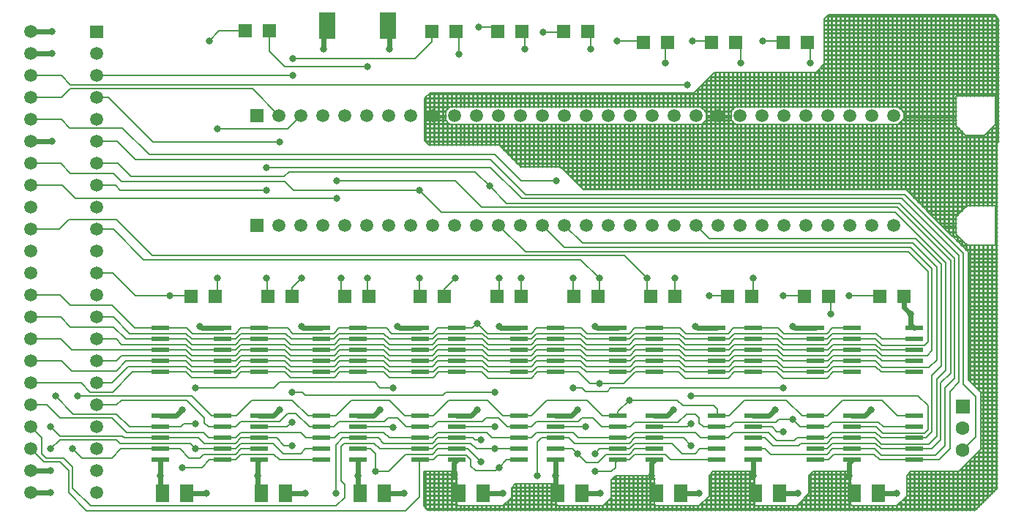
<source format=gbr>
%FSLAX34Y34*%
%MOMM*%
%LNCOPPER_TOP*%
G71*
G01*
%ADD10R,2.000X0.600*%
%ADD11R,1.600X1.600*%
%ADD12R,1.600X2.000*%
%ADD13R,1.980X3.020*%
%ADD14C,1.600*%
%ADD15C,0.800*%
%ADD16C,0.250*%
%ADD17C,0.200*%
%ADD18C,0.600*%
%ADD19C,1.500*%
%ADD20C,0.150*%
%LPD*%
X250594Y221456D02*
G54D10*
D03*
X250594Y234156D02*
G54D10*
D03*
X250594Y246856D02*
G54D10*
D03*
X250594Y259556D02*
G54D10*
D03*
X250594Y272256D02*
G54D10*
D03*
X250594Y323056D02*
G54D10*
D03*
X250594Y335756D02*
G54D10*
D03*
X250594Y348456D02*
G54D10*
D03*
X250594Y361156D02*
G54D10*
D03*
X250594Y373856D02*
G54D10*
D03*
X178594Y373856D02*
G54D10*
D03*
X178594Y361156D02*
G54D10*
D03*
X178594Y348456D02*
G54D10*
D03*
X178594Y335756D02*
G54D10*
D03*
X178594Y323056D02*
G54D10*
D03*
X178594Y272256D02*
G54D10*
D03*
X178594Y259556D02*
G54D10*
D03*
X178594Y246856D02*
G54D10*
D03*
X178594Y234156D02*
G54D10*
D03*
X178594Y221456D02*
G54D10*
D03*
X364894Y221456D02*
G54D10*
D03*
X364894Y234156D02*
G54D10*
D03*
X364894Y246856D02*
G54D10*
D03*
X364894Y259556D02*
G54D10*
D03*
X364894Y272256D02*
G54D10*
D03*
X364894Y323056D02*
G54D10*
D03*
X364894Y335756D02*
G54D10*
D03*
X364894Y348456D02*
G54D10*
D03*
X364894Y361156D02*
G54D10*
D03*
X364894Y373856D02*
G54D10*
D03*
X292894Y373856D02*
G54D10*
D03*
X292894Y361156D02*
G54D10*
D03*
X292894Y348456D02*
G54D10*
D03*
X292894Y335756D02*
G54D10*
D03*
X292894Y323056D02*
G54D10*
D03*
X292894Y272256D02*
G54D10*
D03*
X292894Y259556D02*
G54D10*
D03*
X292894Y246856D02*
G54D10*
D03*
X292894Y234156D02*
G54D10*
D03*
X292894Y221456D02*
G54D10*
D03*
X479194Y221456D02*
G54D10*
D03*
X479194Y234156D02*
G54D10*
D03*
X479194Y246856D02*
G54D10*
D03*
X479194Y259556D02*
G54D10*
D03*
X479194Y272256D02*
G54D10*
D03*
X479194Y323056D02*
G54D10*
D03*
X479194Y335756D02*
G54D10*
D03*
X479194Y348456D02*
G54D10*
D03*
X479194Y361156D02*
G54D10*
D03*
X479194Y373856D02*
G54D10*
D03*
X407194Y373856D02*
G54D10*
D03*
X407194Y361156D02*
G54D10*
D03*
X407194Y348456D02*
G54D10*
D03*
X407194Y335756D02*
G54D10*
D03*
X407194Y323056D02*
G54D10*
D03*
X407194Y272256D02*
G54D10*
D03*
X407194Y259556D02*
G54D10*
D03*
X407194Y246856D02*
G54D10*
D03*
X407194Y234156D02*
G54D10*
D03*
X407194Y221456D02*
G54D10*
D03*
X593494Y221456D02*
G54D10*
D03*
X593494Y234156D02*
G54D10*
D03*
X593494Y246856D02*
G54D10*
D03*
X593494Y259556D02*
G54D10*
D03*
X593494Y272256D02*
G54D10*
D03*
X593494Y323056D02*
G54D10*
D03*
X593494Y335756D02*
G54D10*
D03*
X593494Y348456D02*
G54D10*
D03*
X593494Y361156D02*
G54D10*
D03*
X593494Y373856D02*
G54D10*
D03*
X521494Y373856D02*
G54D10*
D03*
X521494Y361156D02*
G54D10*
D03*
X521494Y348456D02*
G54D10*
D03*
X521494Y335756D02*
G54D10*
D03*
X521494Y323056D02*
G54D10*
D03*
X521494Y272256D02*
G54D10*
D03*
X521494Y259556D02*
G54D10*
D03*
X521494Y246856D02*
G54D10*
D03*
X521494Y234156D02*
G54D10*
D03*
X521494Y221456D02*
G54D10*
D03*
X707794Y221456D02*
G54D10*
D03*
X707794Y234156D02*
G54D10*
D03*
X707794Y246856D02*
G54D10*
D03*
X707794Y259556D02*
G54D10*
D03*
X707794Y272256D02*
G54D10*
D03*
X707794Y323056D02*
G54D10*
D03*
X707794Y335756D02*
G54D10*
D03*
X707794Y348456D02*
G54D10*
D03*
X707794Y361156D02*
G54D10*
D03*
X707794Y373856D02*
G54D10*
D03*
X635794Y373856D02*
G54D10*
D03*
X635794Y361156D02*
G54D10*
D03*
X635794Y348456D02*
G54D10*
D03*
X635794Y335756D02*
G54D10*
D03*
X635794Y323056D02*
G54D10*
D03*
X635794Y272256D02*
G54D10*
D03*
X635794Y259556D02*
G54D10*
D03*
X635794Y246856D02*
G54D10*
D03*
X635794Y234156D02*
G54D10*
D03*
X635794Y221456D02*
G54D10*
D03*
X822094Y221456D02*
G54D10*
D03*
X822094Y234156D02*
G54D10*
D03*
X822094Y246856D02*
G54D10*
D03*
X822094Y259556D02*
G54D10*
D03*
X822094Y272256D02*
G54D10*
D03*
X822094Y323056D02*
G54D10*
D03*
X822094Y335756D02*
G54D10*
D03*
X822094Y348456D02*
G54D10*
D03*
X822094Y361156D02*
G54D10*
D03*
X822094Y373856D02*
G54D10*
D03*
X750094Y373856D02*
G54D10*
D03*
X750094Y361156D02*
G54D10*
D03*
X750094Y348456D02*
G54D10*
D03*
X750094Y335756D02*
G54D10*
D03*
X750094Y323056D02*
G54D10*
D03*
X750094Y272256D02*
G54D10*
D03*
X750094Y259556D02*
G54D10*
D03*
X750094Y246856D02*
G54D10*
D03*
X750094Y234156D02*
G54D10*
D03*
X750094Y221456D02*
G54D10*
D03*
X936394Y221456D02*
G54D10*
D03*
X936394Y234156D02*
G54D10*
D03*
X936394Y246856D02*
G54D10*
D03*
X936394Y259556D02*
G54D10*
D03*
X936394Y272256D02*
G54D10*
D03*
X936394Y323056D02*
G54D10*
D03*
X936394Y335756D02*
G54D10*
D03*
X936394Y348456D02*
G54D10*
D03*
X936394Y361156D02*
G54D10*
D03*
X936394Y373856D02*
G54D10*
D03*
X864394Y373856D02*
G54D10*
D03*
X864394Y361156D02*
G54D10*
D03*
X864394Y348456D02*
G54D10*
D03*
X864394Y335756D02*
G54D10*
D03*
X864394Y323056D02*
G54D10*
D03*
X864394Y272256D02*
G54D10*
D03*
X864394Y259556D02*
G54D10*
D03*
X864394Y246856D02*
G54D10*
D03*
X864394Y234156D02*
G54D10*
D03*
X864394Y221456D02*
G54D10*
D03*
X1050694Y221456D02*
G54D10*
D03*
X1050694Y234156D02*
G54D10*
D03*
X1050694Y246856D02*
G54D10*
D03*
X1050694Y259556D02*
G54D10*
D03*
X1050694Y272256D02*
G54D10*
D03*
X1050694Y323056D02*
G54D10*
D03*
X1050694Y335756D02*
G54D10*
D03*
X1050694Y348456D02*
G54D10*
D03*
X1050694Y361156D02*
G54D10*
D03*
X1050694Y373856D02*
G54D10*
D03*
X978694Y373856D02*
G54D10*
D03*
X978694Y361156D02*
G54D10*
D03*
X978694Y348456D02*
G54D10*
D03*
X978694Y335756D02*
G54D10*
D03*
X978694Y323056D02*
G54D10*
D03*
X978694Y272256D02*
G54D10*
D03*
X978694Y259556D02*
G54D10*
D03*
X978694Y246856D02*
G54D10*
D03*
X978694Y234156D02*
G54D10*
D03*
X978694Y221456D02*
G54D10*
D03*
X276225Y717550D02*
G54D11*
D03*
X304225Y717550D02*
G54D11*
D03*
X492125Y716756D02*
G54D11*
D03*
X520125Y716756D02*
G54D11*
D03*
X568325Y716756D02*
G54D11*
D03*
X596325Y716756D02*
G54D11*
D03*
X644525Y716756D02*
G54D11*
D03*
X672525Y716756D02*
G54D11*
D03*
X736600Y704056D02*
G54D11*
D03*
X764600Y704056D02*
G54D11*
D03*
X815975Y704056D02*
G54D11*
D03*
X843975Y704056D02*
G54D11*
D03*
X898525Y704056D02*
G54D11*
D03*
X926525Y704056D02*
G54D11*
D03*
X213519Y410369D02*
G54D11*
D03*
X241519Y410369D02*
G54D11*
D03*
X302419Y410369D02*
G54D11*
D03*
X330419Y410369D02*
G54D11*
D03*
X391319Y410369D02*
G54D11*
D03*
X419319Y410369D02*
G54D11*
D03*
X567531Y410369D02*
G54D11*
D03*
X595531Y410369D02*
G54D11*
D03*
X656431Y410369D02*
G54D11*
D03*
X684431Y410369D02*
G54D11*
D03*
X745331Y410369D02*
G54D11*
D03*
X773331Y410369D02*
G54D11*
D03*
X834231Y410369D02*
G54D11*
D03*
X862231Y410369D02*
G54D11*
D03*
X923131Y410369D02*
G54D11*
D03*
X951131Y410369D02*
G54D11*
D03*
X1010444Y410369D02*
G54D11*
D03*
X1038444Y410369D02*
G54D11*
D03*
X478631Y410369D02*
G54D11*
D03*
X506631Y410369D02*
G54D11*
D03*
X180975Y182562D02*
G54D12*
D03*
X208975Y182562D02*
G54D12*
D03*
X295275Y182562D02*
G54D12*
D03*
X323275Y182562D02*
G54D12*
D03*
X409575Y182562D02*
G54D12*
D03*
X437575Y182562D02*
G54D12*
D03*
X523875Y182562D02*
G54D12*
D03*
X551875Y182562D02*
G54D12*
D03*
X638175Y182562D02*
G54D12*
D03*
X666175Y182562D02*
G54D12*
D03*
X752475Y182562D02*
G54D12*
D03*
X780475Y182562D02*
G54D12*
D03*
X866775Y182562D02*
G54D12*
D03*
X894775Y182562D02*
G54D12*
D03*
X981075Y182562D02*
G54D12*
D03*
X1009075Y182562D02*
G54D12*
D03*
X371475Y723900D02*
G54D13*
D03*
X441575Y723900D02*
G54D13*
D03*
G36*
X1098488Y291369D02*
X1114488Y291369D01*
X1114488Y275369D01*
X1098488Y275369D01*
X1098488Y291369D01*
G37*
X1106488Y257969D02*
G54D14*
D03*
X1106488Y232569D02*
G54D14*
D03*
X366712Y696913D02*
G54D15*
D03*
X442912Y696913D02*
G54D15*
D03*
X546100Y722312D02*
G54D15*
D03*
X523875Y690562D02*
G54D15*
D03*
X600075Y696912D02*
G54D15*
D03*
X676275Y696912D02*
G54D15*
D03*
X620712Y715962D02*
G54D15*
D03*
X234950Y706438D02*
G54D15*
D03*
X331787Y685800D02*
G54D15*
D03*
X331788Y665956D02*
G54D15*
D03*
X417512Y676275D02*
G54D15*
D03*
X706438Y706438D02*
G54D15*
D03*
X762000Y681038D02*
G54D15*
D03*
X793750Y706438D02*
G54D15*
D03*
X849312Y681038D02*
G54D15*
D03*
X874712Y706438D02*
G54D15*
D03*
X930275Y681038D02*
G54D15*
D03*
X244475Y604838D02*
G54D15*
D03*
X315912Y588962D02*
G54D15*
D03*
X300831Y559594D02*
G54D15*
D03*
X300831Y533400D02*
G54D15*
D03*
X382588Y544512D02*
G54D15*
D03*
X382588Y523875D02*
G54D15*
D03*
X477838Y533400D02*
G54D15*
D03*
X558800Y538162D02*
G54D15*
D03*
X636588Y544512D02*
G54D15*
D03*
X974725Y411162D02*
G54D15*
D03*
X898525Y411162D02*
G54D15*
D03*
X812800Y411162D02*
G54D15*
D03*
X863600Y431800D02*
G54D15*
D03*
X954088Y390525D02*
G54D15*
D03*
X773112Y431800D02*
G54D15*
D03*
X741362Y431800D02*
G54D15*
D03*
X685800Y431800D02*
G54D15*
D03*
X655638Y431800D02*
G54D15*
D03*
X595312Y431800D02*
G54D15*
D03*
X569912Y431800D02*
G54D15*
D03*
X519112Y431800D02*
G54D15*
D03*
X477838Y431800D02*
G54D15*
D03*
X417512Y431800D02*
G54D15*
D03*
X387350Y431800D02*
G54D15*
D03*
X341312Y431800D02*
G54D15*
D03*
X300831Y431800D02*
G54D15*
D03*
X244475Y431800D02*
G54D15*
D03*
X188912Y411162D02*
G54D15*
D03*
X223838Y376237D02*
G54D15*
D03*
X341312Y376237D02*
G54D15*
D03*
X452438Y376237D02*
G54D15*
D03*
X544512Y379412D02*
G54D15*
D03*
X569912Y376237D02*
G54D15*
D03*
X681038Y376237D02*
G54D15*
D03*
X796925Y376237D02*
G54D15*
D03*
X909638Y376237D02*
G54D15*
D03*
X1046162Y390525D02*
G54D15*
D03*
X1000125Y279400D02*
G54D15*
D03*
X889000Y279400D02*
G54D15*
D03*
X909638Y268288D02*
G54D15*
D03*
X898525Y304800D02*
G54D15*
D03*
X974725Y203200D02*
G54D15*
D03*
X863600Y203200D02*
G54D15*
D03*
X792162Y295275D02*
G54D15*
D03*
X771525Y279400D02*
G54D15*
D03*
X792162Y238125D02*
G54D15*
D03*
X746125Y203200D02*
G54D15*
D03*
X801687Y182563D02*
G54D15*
D03*
X915987Y182563D02*
G54D15*
D03*
X687387Y182563D02*
G54D15*
D03*
X635000Y203200D02*
G54D15*
D03*
X1030287Y182563D02*
G54D15*
D03*
X681038Y207962D02*
G54D15*
D03*
X681038Y228600D02*
G54D15*
D03*
X685800Y309562D02*
G54D15*
D03*
X655638Y304800D02*
G54D15*
D03*
X720725Y290512D02*
G54D15*
D03*
X660400Y279400D02*
G54D15*
D03*
X660400Y228600D02*
G54D15*
D03*
X544512Y279400D02*
G54D15*
D03*
X549275Y244475D02*
G54D15*
D03*
X549275Y219075D02*
G54D15*
D03*
X565150Y300038D02*
G54D15*
D03*
X565150Y259556D02*
G54D15*
D03*
X565150Y234156D02*
G54D15*
D03*
X569912Y212725D02*
G54D15*
D03*
X574675Y182563D02*
G54D15*
D03*
X614362Y203200D02*
G54D15*
D03*
X792162Y263525D02*
G54D15*
D03*
X669925Y259556D02*
G54D15*
D03*
X447675Y258762D02*
G54D15*
D03*
X447675Y304800D02*
G54D15*
D03*
X460375Y182563D02*
G54D15*
D03*
X517525Y203200D02*
G54D15*
D03*
X431800Y279400D02*
G54D15*
D03*
X427038Y207962D02*
G54D15*
D03*
X406400Y203200D02*
G54D15*
D03*
X381000Y182562D02*
G54D15*
D03*
X346075Y182563D02*
G54D15*
D03*
X231775Y182563D02*
G54D15*
D03*
X290513Y203200D02*
G54D15*
D03*
X330200Y238125D02*
G54D15*
D03*
X330200Y265112D02*
G54D15*
D03*
X330200Y300038D02*
G54D15*
D03*
X315912Y279400D02*
G54D15*
D03*
X219075Y304800D02*
G54D15*
D03*
X219075Y263525D02*
G54D15*
D03*
X219075Y234156D02*
G54D15*
D03*
X203200Y212725D02*
G54D15*
D03*
X177800Y203200D02*
G54D15*
D03*
X203200Y279400D02*
G54D15*
D03*
X898525Y254000D02*
G54D15*
D03*
G54D16*
X485000Y617538D02*
X485000Y640574D01*
X490000Y617538D02*
X490000Y645574D01*
X495000Y617538D02*
X495000Y646112D01*
X500000Y617538D02*
X500000Y646112D01*
X505000Y617538D02*
X505000Y646112D01*
X510000Y627475D02*
X510000Y646112D01*
X515000Y630238D02*
X515000Y646112D01*
X520000Y630238D02*
X520000Y646112D01*
X525000Y630238D02*
X525000Y646112D01*
X530000Y630238D02*
X530000Y646112D01*
X535000Y630238D02*
X535000Y646112D01*
X540000Y630238D02*
X540000Y646112D01*
X545000Y630238D02*
X545000Y646112D01*
X550000Y630238D02*
X550000Y646112D01*
X555000Y630238D02*
X555000Y646112D01*
X560000Y630238D02*
X560000Y646112D01*
X565000Y630238D02*
X565000Y646112D01*
X570000Y630238D02*
X570000Y646112D01*
X575000Y630238D02*
X575000Y646112D01*
X580000Y630238D02*
X580000Y646112D01*
X585000Y630238D02*
X585000Y646112D01*
X590000Y630238D02*
X590000Y646112D01*
X595000Y630238D02*
X595000Y646112D01*
X600000Y630238D02*
X600000Y646112D01*
X605000Y630238D02*
X605000Y646112D01*
X610000Y630238D02*
X610000Y646112D01*
X615000Y630238D02*
X615000Y646112D01*
X620000Y630238D02*
X620000Y646112D01*
X625000Y630238D02*
X625000Y646112D01*
X630000Y630238D02*
X630000Y646112D01*
X635000Y630238D02*
X635000Y646112D01*
X640000Y630238D02*
X640000Y646112D01*
X645000Y630238D02*
X645000Y646112D01*
X650000Y630238D02*
X650000Y646112D01*
X655000Y630238D02*
X655000Y646112D01*
X660000Y630238D02*
X660000Y646112D01*
X665000Y630238D02*
X665000Y646112D01*
X670000Y630238D02*
X670000Y646112D01*
X675000Y630238D02*
X675000Y646112D01*
X680000Y630238D02*
X680000Y646112D01*
X685000Y630238D02*
X685000Y646112D01*
X690000Y630238D02*
X690000Y646112D01*
X695000Y630238D02*
X695000Y646112D01*
X700000Y630238D02*
X700000Y646112D01*
X705000Y630238D02*
X705000Y646112D01*
X710000Y630238D02*
X710000Y646112D01*
X715000Y630238D02*
X715000Y646112D01*
X720000Y630238D02*
X720000Y646112D01*
X725000Y630238D02*
X725000Y646112D01*
X730000Y630238D02*
X730000Y646112D01*
X735000Y630238D02*
X735000Y646112D01*
X740000Y630238D02*
X740000Y646112D01*
X745000Y630238D02*
X745000Y646112D01*
X750000Y630238D02*
X750000Y646112D01*
X755000Y630238D02*
X755000Y646112D01*
X760000Y630238D02*
X760000Y646112D01*
X765000Y630238D02*
X765000Y646112D01*
X770000Y630238D02*
X770000Y646112D01*
X775000Y630238D02*
X775000Y646112D01*
X780000Y630238D02*
X780000Y646112D01*
X785000Y630238D02*
X785000Y646112D01*
X790000Y630238D02*
X790000Y646112D01*
X795000Y630238D02*
X795000Y646112D01*
X800000Y630238D02*
X800000Y650774D01*
X805000Y628513D02*
X805000Y655774D01*
X810000Y617538D02*
X810000Y660775D01*
X815000Y617538D02*
X815000Y665775D01*
X820000Y617538D02*
X820000Y669925D01*
X825000Y617538D02*
X825000Y669925D01*
X830000Y617538D02*
X830000Y669925D01*
X835000Y617538D02*
X835000Y669925D01*
X840000Y627275D02*
X840000Y669925D01*
X845000Y630238D02*
X845000Y669925D01*
X850000Y630238D02*
X850000Y669925D01*
X855000Y630238D02*
X855000Y669925D01*
X860000Y630238D02*
X860000Y669925D01*
X865000Y630238D02*
X865000Y669925D01*
X870000Y630238D02*
X870000Y669925D01*
X875000Y630238D02*
X875000Y669925D01*
X880000Y630238D02*
X880000Y669925D01*
X885000Y630238D02*
X885000Y669925D01*
X890000Y630238D02*
X890000Y669925D01*
X895000Y630238D02*
X895000Y669925D01*
X900000Y630238D02*
X900000Y669925D01*
X905000Y630238D02*
X905000Y669925D01*
X910000Y630238D02*
X910000Y669925D01*
X915000Y630238D02*
X915000Y669925D01*
X920000Y630238D02*
X920000Y669925D01*
X925000Y630238D02*
X925000Y669925D01*
X930000Y630238D02*
X930000Y669925D01*
X935000Y630238D02*
X935000Y669925D01*
X940000Y630238D02*
X940000Y673300D01*
X945000Y630238D02*
X945000Y678300D01*
X950000Y630238D02*
X950000Y735688D01*
X955000Y630238D02*
X955000Y736600D01*
X960000Y630238D02*
X960000Y736600D01*
X965000Y630238D02*
X965000Y736600D01*
X970000Y630238D02*
X970000Y736600D01*
X975000Y630238D02*
X975000Y736600D01*
X980000Y630238D02*
X980000Y736600D01*
X985000Y630238D02*
X985000Y736600D01*
X990000Y630238D02*
X990000Y736600D01*
X995000Y630238D02*
X995000Y736600D01*
X1000000Y630238D02*
X1000000Y736600D01*
X1005000Y630238D02*
X1005000Y736600D01*
X1010000Y630238D02*
X1010000Y736600D01*
X1015000Y630238D02*
X1015000Y736600D01*
X1020000Y630238D02*
X1020000Y736600D01*
X1025000Y630238D02*
X1025000Y736600D01*
X1030000Y630238D02*
X1030000Y736600D01*
X1035000Y627113D02*
X1035000Y736600D01*
X1040000Y617538D02*
X1040000Y736600D01*
X1045000Y617538D02*
X1045000Y736600D01*
X1050000Y617538D02*
X1050000Y736600D01*
X1055000Y617538D02*
X1055000Y736600D01*
X1060000Y617538D02*
X1060000Y736600D01*
X1065000Y617538D02*
X1065000Y736600D01*
X1070000Y617538D02*
X1070000Y736600D01*
X1075000Y617538D02*
X1075000Y736600D01*
X1080000Y617538D02*
X1080000Y736600D01*
X1085000Y617538D02*
X1085000Y736600D01*
X1090000Y617538D02*
X1090000Y736600D01*
X1095000Y617538D02*
X1095000Y736600D01*
X1100000Y642938D02*
X1100000Y736600D01*
X1105000Y642938D02*
X1105000Y736600D01*
X1110000Y642938D02*
X1110000Y736600D01*
X1115000Y642938D02*
X1115000Y736600D01*
X1120000Y642938D02*
X1120000Y736600D01*
X1125000Y642938D02*
X1125000Y736600D01*
X1130000Y642938D02*
X1130000Y736600D01*
X1135000Y642938D02*
X1135000Y736600D01*
X1140000Y642938D02*
X1140000Y736600D01*
X1145000Y617538D02*
X1145000Y734600D01*
X484188Y620000D02*
X508000Y620000D01*
X809625Y620000D02*
X838200Y620000D01*
X1038225Y620000D02*
X1098550Y620000D01*
X1144588Y620000D02*
X1147762Y620000D01*
X484188Y625000D02*
X508000Y625000D01*
X808513Y625000D02*
X838200Y625000D01*
X1037113Y625000D02*
X1098550Y625000D01*
X1144588Y625000D02*
X1147762Y625000D01*
X484188Y630000D02*
X512524Y630000D01*
X803513Y630000D02*
X842724Y630000D01*
X1032113Y630000D02*
X1098550Y630000D01*
X1144588Y630000D02*
X1147762Y630000D01*
X484188Y635000D02*
X1098550Y635000D01*
X1144588Y635000D02*
X1147762Y635000D01*
X484426Y640000D02*
X1098550Y640000D01*
X1144588Y640000D02*
X1147762Y640000D01*
X489426Y645000D02*
X1147762Y645000D01*
X799226Y650000D02*
X1147762Y650000D01*
X804226Y655000D02*
X1147762Y655000D01*
X809225Y660000D02*
X1147762Y660000D01*
X814225Y665000D02*
X1147762Y665000D01*
X936700Y670000D02*
X1147762Y670000D01*
X941700Y675000D02*
X1147762Y675000D01*
X946150Y680000D02*
X1147762Y680000D01*
X946150Y685000D02*
X1147762Y685000D01*
X946150Y690000D02*
X1147762Y690000D01*
X946150Y695000D02*
X1147762Y695000D01*
X946150Y700000D02*
X1147762Y700000D01*
X946150Y705000D02*
X1147762Y705000D01*
X946150Y710000D02*
X1147762Y710000D01*
X946150Y715000D02*
X1147762Y715000D01*
X946150Y720000D02*
X1147762Y720000D01*
X946150Y725000D02*
X1147762Y725000D01*
X946150Y730000D02*
X1147762Y730000D01*
X949312Y735000D02*
X1144600Y735000D01*
G54D17*
X946150Y731838D02*
X950912Y736600D01*
X1143000Y736600D01*
X1147762Y731838D01*
X1147762Y617538D01*
X1144588Y617538D01*
X1144588Y642938D01*
X1098550Y642938D01*
X1098550Y617538D01*
X1038225Y617538D01*
X1038225Y623888D01*
X1031875Y630238D01*
X842962Y630238D01*
X838200Y625475D01*
X838200Y617538D01*
X809625Y617538D01*
X809625Y623888D01*
X803275Y630238D01*
X512762Y630238D01*
X508000Y625475D01*
X508000Y617538D01*
X484188Y617538D01*
X484188Y639762D01*
X490538Y646112D01*
X795338Y646112D01*
X819150Y669925D01*
X936625Y669925D01*
X946150Y679450D01*
X946150Y731838D01*
G54D16*
X485000Y165874D02*
X485000Y207962D01*
X490000Y163512D02*
X490000Y207962D01*
X495000Y163512D02*
X495000Y207962D01*
X500000Y163512D02*
X500000Y207962D01*
X505000Y163512D02*
X505000Y207962D01*
X510000Y163512D02*
X510000Y207962D01*
X515000Y163512D02*
X515000Y207962D01*
X520000Y163512D02*
X520000Y207962D01*
X525000Y163512D02*
X525000Y168275D01*
X530000Y163512D02*
X530000Y168275D01*
X535000Y163512D02*
X535000Y168275D01*
X540000Y163512D02*
X540000Y168275D01*
X545000Y163512D02*
X545000Y168275D01*
X550000Y163512D02*
X550000Y168275D01*
X555000Y163512D02*
X555000Y168275D01*
X560000Y163512D02*
X560000Y168275D01*
X565000Y163512D02*
X565000Y168275D01*
X570000Y163512D02*
X570000Y168275D01*
X575000Y163512D02*
X575000Y168600D01*
X580000Y163512D02*
X580000Y173600D01*
X585000Y163512D02*
X585000Y189712D01*
X590000Y163512D02*
X590000Y193675D01*
X595000Y163512D02*
X595000Y193675D01*
X600000Y163512D02*
X600000Y193675D01*
X605000Y163512D02*
X605000Y193675D01*
X610000Y163512D02*
X610000Y193675D01*
X615000Y163512D02*
X615000Y193675D01*
X620000Y163512D02*
X620000Y193675D01*
X625000Y163512D02*
X625000Y193675D01*
X630000Y163512D02*
X630000Y193675D01*
X635000Y163512D02*
X635000Y193675D01*
X640000Y163512D02*
X640000Y168275D01*
X645000Y163512D02*
X645000Y168275D01*
X650000Y163512D02*
X650000Y168275D01*
X655000Y163512D02*
X655000Y168275D01*
X660000Y163512D02*
X660000Y168275D01*
X665000Y163512D02*
X665000Y168275D01*
X670000Y163512D02*
X670000Y168275D01*
X675000Y163512D02*
X675000Y168275D01*
X680000Y163512D02*
X680000Y168275D01*
X685000Y163512D02*
X685000Y168275D01*
X690000Y163512D02*
X690000Y168275D01*
X695000Y163512D02*
X695000Y172713D01*
X700000Y163512D02*
X700000Y177712D01*
X705000Y163512D02*
X705000Y203200D01*
X710000Y163512D02*
X710000Y203200D01*
X715000Y163512D02*
X715000Y203200D01*
X720000Y163512D02*
X720000Y203200D01*
X725000Y163512D02*
X725000Y203200D01*
X730000Y163512D02*
X730000Y203200D01*
X735000Y163512D02*
X735000Y203200D01*
X740000Y163512D02*
X740000Y203200D01*
X745000Y163512D02*
X745000Y203200D01*
X750000Y163512D02*
X750000Y169162D01*
X755000Y163512D02*
X755000Y168275D01*
X760000Y163512D02*
X760000Y168275D01*
X765000Y163512D02*
X765000Y168275D01*
X770000Y163512D02*
X770000Y168275D01*
X775000Y163512D02*
X775000Y168275D01*
X780000Y163512D02*
X780000Y168275D01*
X785000Y163512D02*
X785000Y168275D01*
X790000Y163512D02*
X790000Y168275D01*
X795000Y163512D02*
X795000Y168275D01*
X800000Y163512D02*
X800000Y168275D01*
X805000Y163512D02*
X805000Y171587D01*
X810000Y163512D02*
X810000Y176588D01*
X815000Y163512D02*
X815000Y205400D01*
X820000Y163512D02*
X820000Y207962D01*
X825000Y163512D02*
X825000Y207962D01*
X830000Y163512D02*
X830000Y207962D01*
X835000Y163512D02*
X835000Y207962D01*
X840000Y163512D02*
X840000Y207962D01*
X845000Y163512D02*
X845000Y207962D01*
X850000Y163512D02*
X850000Y207962D01*
X855000Y163512D02*
X855000Y207962D01*
X860000Y163512D02*
X860000Y207962D01*
X865000Y163512D02*
X865000Y207962D01*
X870000Y163512D02*
X870000Y168275D01*
X875000Y163512D02*
X875000Y168275D01*
X880000Y163512D02*
X880000Y168275D01*
X885000Y163512D02*
X885000Y168275D01*
X890000Y163512D02*
X890000Y168275D01*
X895000Y163512D02*
X895000Y168275D01*
X900000Y163512D02*
X900000Y168275D01*
X905000Y163512D02*
X905000Y168275D01*
X910000Y163512D02*
X910000Y168275D01*
X915000Y163512D02*
X915000Y168875D01*
X920000Y163512D02*
X920000Y173875D01*
X925000Y163512D02*
X925000Y178874D01*
X930000Y163512D02*
X930000Y204512D01*
X935000Y163512D02*
X935000Y207962D01*
X940000Y163512D02*
X940000Y207962D01*
X945000Y163512D02*
X945000Y207962D01*
X950000Y163512D02*
X950000Y207962D01*
X955000Y163512D02*
X955000Y207962D01*
X960000Y163512D02*
X960000Y207962D01*
X965000Y163512D02*
X965000Y207962D01*
X970000Y163512D02*
X970000Y207962D01*
X975000Y163512D02*
X975000Y207962D01*
X980000Y163512D02*
X980000Y168275D01*
X985000Y163512D02*
X985000Y168275D01*
X990000Y163512D02*
X990000Y168275D01*
X995000Y163512D02*
X995000Y168275D01*
X1000000Y163512D02*
X1000000Y168275D01*
X1005000Y163512D02*
X1005000Y168275D01*
X1010000Y163512D02*
X1010000Y168275D01*
X1015000Y163512D02*
X1015000Y168275D01*
X1020000Y163512D02*
X1020000Y168275D01*
X1025000Y163512D02*
X1025000Y168275D01*
X1030000Y163512D02*
X1030000Y168275D01*
X1035000Y163512D02*
X1035000Y172987D01*
X1040000Y163512D02*
X1040000Y177988D01*
X1045000Y163512D02*
X1045000Y206800D01*
X1050000Y163512D02*
X1050000Y207962D01*
X1055000Y163512D02*
X1055000Y207962D01*
X1060000Y163512D02*
X1060000Y207962D01*
X1065000Y163512D02*
X1065000Y207962D01*
X1070000Y163512D02*
X1070000Y207962D01*
X1075000Y163512D02*
X1075000Y207962D01*
X1080000Y163512D02*
X1080000Y207962D01*
X1085000Y163512D02*
X1085000Y207962D01*
X1085000Y489800D02*
X1085000Y492125D01*
X1090000Y163512D02*
X1090000Y207962D01*
X1090000Y484800D02*
X1090000Y492125D01*
X1095000Y163512D02*
X1095000Y207962D01*
X1095000Y479800D02*
X1095000Y492125D01*
X1100000Y163512D02*
X1100000Y207962D01*
X1100000Y474800D02*
X1100000Y481150D01*
X1105000Y163512D02*
X1105000Y211237D01*
X1105000Y469800D02*
X1105000Y476150D01*
X1110000Y163512D02*
X1110000Y216237D01*
X1110000Y464800D02*
X1110000Y471150D01*
X1115000Y163512D02*
X1115000Y221237D01*
X1115000Y312163D02*
X1115000Y469900D01*
X1120000Y163512D02*
X1120000Y226237D01*
X1120000Y307163D02*
X1120000Y469900D01*
X1125000Y167737D02*
X1125000Y231237D01*
X1125000Y302163D02*
X1125000Y469900D01*
X1130000Y172737D02*
X1130000Y469900D01*
X1135000Y177737D02*
X1135000Y469900D01*
X1140000Y182737D02*
X1140000Y469900D01*
X1145000Y187737D02*
X1145000Y492125D01*
X485874Y165000D02*
X1122263Y165000D01*
X482600Y170000D02*
X520700Y170000D01*
X576400Y170000D02*
X636588Y170000D01*
X692287Y170000D02*
X749300Y170000D01*
X803413Y170000D02*
X865188Y170000D01*
X916125Y170000D02*
X976312Y170000D01*
X1032013Y170000D02*
X1127263Y170000D01*
X482600Y175000D02*
X520700Y175000D01*
X581400Y175000D02*
X636588Y175000D01*
X697288Y175000D02*
X749300Y175000D01*
X808412Y175000D02*
X865188Y175000D01*
X921125Y175000D02*
X976312Y175000D01*
X1037012Y175000D02*
X1132263Y175000D01*
X482600Y180000D02*
X520700Y180000D01*
X584200Y180000D02*
X636588Y180000D01*
X700088Y180000D02*
X749300Y180000D01*
X812800Y180000D02*
X865188Y180000D01*
X926126Y180000D02*
X976312Y180000D01*
X1041400Y180000D02*
X1137263Y180000D01*
X482600Y185000D02*
X520700Y185000D01*
X584200Y185000D02*
X636588Y185000D01*
X700088Y185000D02*
X749300Y185000D01*
X812800Y185000D02*
X865188Y185000D01*
X928688Y185000D02*
X976312Y185000D01*
X1041400Y185000D02*
X1142263Y185000D01*
X482600Y190000D02*
X520700Y190000D01*
X585288Y190000D02*
X636588Y190000D01*
X700088Y190000D02*
X749300Y190000D01*
X812800Y190000D02*
X865188Y190000D01*
X928688Y190000D02*
X976312Y190000D01*
X1041400Y190000D02*
X1146175Y190000D01*
X482600Y195000D02*
X520700Y195000D01*
X700088Y195000D02*
X749300Y195000D01*
X812800Y195000D02*
X865188Y195000D01*
X928688Y195000D02*
X976312Y195000D01*
X1041400Y195000D02*
X1146175Y195000D01*
X482600Y200000D02*
X520700Y200000D01*
X701650Y200000D02*
X749300Y200000D01*
X812800Y200000D02*
X865188Y200000D01*
X928688Y200000D02*
X976312Y200000D01*
X1041400Y200000D02*
X1146175Y200000D01*
X482600Y205000D02*
X520700Y205000D01*
X814600Y205000D02*
X865188Y205000D01*
X930488Y205000D02*
X976312Y205000D01*
X1043200Y205000D02*
X1146175Y205000D01*
X1103763Y210000D02*
X1146175Y210000D01*
X1108763Y215000D02*
X1146175Y215000D01*
X1113763Y220000D02*
X1146175Y220000D01*
X1118763Y225000D02*
X1146175Y225000D01*
X1123763Y230000D02*
X1146175Y230000D01*
X1127125Y235000D02*
X1146175Y235000D01*
X1127125Y240000D02*
X1146175Y240000D01*
X1127125Y245000D02*
X1146175Y245000D01*
X1127125Y250000D02*
X1146175Y250000D01*
X1127125Y255000D02*
X1146175Y255000D01*
X1127125Y260000D02*
X1146175Y260000D01*
X1127125Y265000D02*
X1146175Y265000D01*
X1127125Y270000D02*
X1146175Y270000D01*
X1127125Y275000D02*
X1146175Y275000D01*
X1127125Y280000D02*
X1146175Y280000D01*
X1127125Y285000D02*
X1146175Y285000D01*
X1127125Y290000D02*
X1146175Y290000D01*
X1127125Y295000D02*
X1146175Y295000D01*
X1127125Y300000D02*
X1146175Y300000D01*
X1122163Y305000D02*
X1146175Y305000D01*
X1117163Y310000D02*
X1146175Y310000D01*
X1112838Y315000D02*
X1146175Y315000D01*
X1112838Y320000D02*
X1146175Y320000D01*
X1112838Y325000D02*
X1146175Y325000D01*
X1112838Y330000D02*
X1146175Y330000D01*
X1112838Y335000D02*
X1146175Y335000D01*
X1112838Y340000D02*
X1146175Y340000D01*
X1112838Y345000D02*
X1146175Y345000D01*
X1112838Y350000D02*
X1146175Y350000D01*
X1112838Y355000D02*
X1146175Y355000D01*
X1112838Y360000D02*
X1146175Y360000D01*
X1112838Y365000D02*
X1146175Y365000D01*
X1112838Y370000D02*
X1146175Y370000D01*
X1112838Y375000D02*
X1146175Y375000D01*
X1112838Y380000D02*
X1146175Y380000D01*
X1112838Y385000D02*
X1146175Y385000D01*
X1112838Y390000D02*
X1146175Y390000D01*
X1112838Y395000D02*
X1146175Y395000D01*
X1112838Y400000D02*
X1146175Y400000D01*
X1112838Y405000D02*
X1146175Y405000D01*
X1112838Y410000D02*
X1146175Y410000D01*
X1112838Y415000D02*
X1146175Y415000D01*
X1112838Y420000D02*
X1146175Y420000D01*
X1112838Y425000D02*
X1146175Y425000D01*
X1112838Y430000D02*
X1146175Y430000D01*
X1112838Y435000D02*
X1146175Y435000D01*
X1112838Y440000D02*
X1146175Y440000D01*
X1112838Y445000D02*
X1146175Y445000D01*
X1112838Y450000D02*
X1146175Y450000D01*
X1112838Y455000D02*
X1146175Y455000D01*
X1112838Y460000D02*
X1146175Y460000D01*
X1109800Y465000D02*
X1146175Y465000D01*
X1104800Y470000D02*
X1111150Y470000D01*
X1144588Y470000D02*
X1146175Y470000D01*
X1099800Y475000D02*
X1106150Y475000D01*
X1144588Y475000D02*
X1146175Y475000D01*
X1094800Y480000D02*
X1101150Y480000D01*
X1144588Y480000D02*
X1146175Y480000D01*
X1089800Y485000D02*
X1098550Y485000D01*
X1144588Y485000D02*
X1146175Y485000D01*
X1084800Y490000D02*
X1098550Y490000D01*
X1144588Y490000D02*
X1146175Y490000D01*
G54D17*
X520700Y207962D02*
X482600Y207962D01*
X482600Y168275D01*
X487362Y163512D01*
X1120775Y163512D01*
X1146175Y188912D01*
X1146175Y492125D01*
X1144588Y492125D01*
X1144588Y469900D01*
X1111250Y469900D01*
X1098550Y482600D01*
X1098550Y492125D01*
X1082675Y492125D01*
X1112838Y461962D01*
X1112838Y314325D01*
X1127125Y300038D01*
X1127125Y233362D01*
X1101725Y207962D01*
X1046162Y207962D01*
X1041400Y203200D01*
X1041400Y179388D01*
X1030288Y168275D01*
X977900Y168275D01*
X976312Y169862D01*
X976312Y207962D01*
X933450Y207962D01*
X928688Y203200D01*
X928688Y182562D01*
X914400Y168275D01*
X866775Y168275D01*
X865188Y169862D01*
X865188Y207962D01*
X817562Y207962D01*
X812800Y203200D01*
X812800Y179388D01*
X801688Y168275D01*
X750888Y168275D01*
X749300Y169862D01*
X749300Y200025D01*
X746125Y203200D01*
X704850Y203200D01*
X700088Y198438D01*
X700088Y177800D01*
X690562Y168275D01*
X638175Y168275D01*
X636588Y169862D01*
X636588Y193675D01*
X588962Y193675D01*
X584200Y188912D01*
X584200Y177800D01*
X574675Y168275D01*
X522288Y168275D01*
X520700Y169862D01*
X520700Y207962D01*
G54D16*
X485000Y589738D02*
X485000Y617538D01*
X490000Y585788D02*
X490000Y617538D01*
X495000Y585788D02*
X495000Y617538D01*
X500000Y585788D02*
X500000Y617538D01*
X505000Y585788D02*
X505000Y617538D01*
X510000Y585788D02*
X510000Y612362D01*
X515000Y585788D02*
X515000Y609600D01*
X520000Y585788D02*
X520000Y609600D01*
X525000Y585788D02*
X525000Y609600D01*
X530000Y585788D02*
X530000Y609600D01*
X535000Y585788D02*
X535000Y609600D01*
X540000Y585788D02*
X540000Y609600D01*
X545000Y585788D02*
X545000Y609600D01*
X550000Y585788D02*
X550000Y609600D01*
X555000Y585788D02*
X555000Y609600D01*
X560000Y585788D02*
X560000Y609600D01*
X565000Y585788D02*
X565000Y609600D01*
X570000Y585700D02*
X570000Y609600D01*
X575000Y580700D02*
X575000Y609600D01*
X580000Y575700D02*
X580000Y609600D01*
X585000Y570700D02*
X585000Y609600D01*
X590000Y565700D02*
X590000Y609600D01*
X595000Y560700D02*
X595000Y609600D01*
X600000Y560388D02*
X600000Y609600D01*
X605000Y560388D02*
X605000Y609600D01*
X610000Y560388D02*
X610000Y609600D01*
X615000Y560388D02*
X615000Y609600D01*
X620000Y560388D02*
X620000Y609600D01*
X625000Y560388D02*
X625000Y609600D01*
X630000Y560388D02*
X630000Y609600D01*
X635000Y560388D02*
X635000Y609600D01*
X640000Y560388D02*
X640000Y609600D01*
X645000Y556738D02*
X645000Y609600D01*
X650000Y551738D02*
X650000Y609600D01*
X655000Y546738D02*
X655000Y609600D01*
X660000Y541738D02*
X660000Y609600D01*
X665000Y536738D02*
X665000Y609600D01*
X670000Y534988D02*
X670000Y609600D01*
X675000Y534988D02*
X675000Y609600D01*
X680000Y534988D02*
X680000Y609600D01*
X685000Y534988D02*
X685000Y609600D01*
X690000Y534988D02*
X690000Y609600D01*
X695000Y534988D02*
X695000Y609600D01*
X700000Y534988D02*
X700000Y609600D01*
X705000Y534988D02*
X705000Y609600D01*
X710000Y534988D02*
X710000Y609600D01*
X715000Y534988D02*
X715000Y609600D01*
X720000Y534988D02*
X720000Y609600D01*
X725000Y534988D02*
X725000Y609600D01*
X730000Y534988D02*
X730000Y609600D01*
X735000Y534988D02*
X735000Y609600D01*
X740000Y534988D02*
X740000Y609600D01*
X745000Y534988D02*
X745000Y609600D01*
X750000Y534988D02*
X750000Y609600D01*
X755000Y534988D02*
X755000Y609600D01*
X760000Y534988D02*
X760000Y609600D01*
X765000Y534988D02*
X765000Y609600D01*
X770000Y534988D02*
X770000Y609600D01*
X775000Y534988D02*
X775000Y609600D01*
X780000Y534988D02*
X780000Y609600D01*
X785000Y534988D02*
X785000Y609600D01*
X790000Y534988D02*
X790000Y609600D01*
X795000Y534988D02*
X795000Y609600D01*
X800000Y534988D02*
X800000Y609600D01*
X805000Y534988D02*
X805000Y609738D01*
X810000Y534988D02*
X810000Y617538D01*
X815000Y534988D02*
X815000Y617538D01*
X820000Y534988D02*
X820000Y617538D01*
X825000Y534988D02*
X825000Y617538D01*
X830000Y534988D02*
X830000Y617538D01*
X835000Y534988D02*
X835000Y617538D01*
X840000Y534988D02*
X840000Y612562D01*
X845000Y534988D02*
X845000Y609600D01*
X850000Y534988D02*
X850000Y609600D01*
X855000Y534988D02*
X855000Y609600D01*
X860000Y534988D02*
X860000Y609600D01*
X865000Y534988D02*
X865000Y609600D01*
X870000Y534988D02*
X870000Y609600D01*
X875000Y534988D02*
X875000Y609600D01*
X880000Y534988D02*
X880000Y609600D01*
X885000Y534988D02*
X885000Y609600D01*
X890000Y534988D02*
X890000Y609600D01*
X895000Y534988D02*
X895000Y609600D01*
X900000Y534988D02*
X900000Y609600D01*
X905000Y534988D02*
X905000Y609600D01*
X910000Y534988D02*
X910000Y609600D01*
X915000Y534988D02*
X915000Y609600D01*
X920000Y534988D02*
X920000Y609600D01*
X925000Y534988D02*
X925000Y609600D01*
X930000Y534988D02*
X930000Y609600D01*
X935000Y534988D02*
X935000Y609600D01*
X940000Y534988D02*
X940000Y609600D01*
X945000Y534988D02*
X945000Y609600D01*
X950000Y534988D02*
X950000Y609600D01*
X955000Y534988D02*
X955000Y609600D01*
X960000Y534988D02*
X960000Y609600D01*
X965000Y534988D02*
X965000Y609600D01*
X970000Y534988D02*
X970000Y609600D01*
X975000Y534988D02*
X975000Y609600D01*
X980000Y534988D02*
X980000Y609600D01*
X985000Y534988D02*
X985000Y609600D01*
X990000Y534988D02*
X990000Y609600D01*
X995000Y534988D02*
X995000Y609600D01*
X1000000Y534988D02*
X1000000Y609600D01*
X1005000Y534988D02*
X1005000Y609600D01*
X1010000Y534988D02*
X1010000Y609600D01*
X1015000Y534988D02*
X1015000Y609600D01*
X1020000Y534988D02*
X1020000Y609600D01*
X1025000Y534988D02*
X1025000Y609600D01*
X1030000Y534988D02*
X1030000Y609600D01*
X1035000Y534988D02*
X1035000Y612725D01*
X1040000Y534800D02*
X1040000Y617538D01*
X1045000Y529800D02*
X1045000Y617538D01*
X1050000Y524800D02*
X1050000Y617538D01*
X1055000Y519800D02*
X1055000Y617538D01*
X1060000Y514800D02*
X1060000Y617538D01*
X1065000Y509800D02*
X1065000Y617538D01*
X1070000Y504800D02*
X1070000Y617538D01*
X1075000Y499800D02*
X1075000Y617538D01*
X1080000Y494800D02*
X1080000Y617538D01*
X1085000Y492125D02*
X1085000Y617538D01*
X1090000Y492125D02*
X1090000Y617538D01*
X1095000Y492125D02*
X1095000Y617538D01*
X1100000Y504688D02*
X1100000Y606562D01*
X1105000Y509688D02*
X1105000Y601562D01*
X1110000Y514688D02*
X1110000Y596900D01*
X1115000Y515938D02*
X1115000Y596900D01*
X1120000Y515938D02*
X1120000Y596900D01*
X1125000Y515938D02*
X1125000Y596900D01*
X1130000Y515938D02*
X1130000Y596900D01*
X1135000Y515938D02*
X1135000Y600012D01*
X1140000Y515938D02*
X1140000Y605012D01*
X1145000Y492125D02*
X1145000Y617538D01*
X1079800Y495000D02*
X1098550Y495000D01*
X1144588Y495000D02*
X1146175Y495000D01*
X1074800Y500000D02*
X1098550Y500000D01*
X1144588Y500000D02*
X1146175Y500000D01*
X1069800Y505000D02*
X1100312Y505000D01*
X1144588Y505000D02*
X1146175Y505000D01*
X1064800Y510000D02*
X1105312Y510000D01*
X1144588Y510000D02*
X1146175Y510000D01*
X1059800Y515000D02*
X1110312Y515000D01*
X1144588Y515000D02*
X1146175Y515000D01*
X1054800Y520000D02*
X1146175Y520000D01*
X1049800Y525000D02*
X1146175Y525000D01*
X1044800Y530000D02*
X1146175Y530000D01*
X666738Y535000D02*
X1146175Y535000D01*
X661738Y540000D02*
X1146175Y540000D01*
X656738Y545000D02*
X1146175Y545000D01*
X651738Y550000D02*
X1146175Y550000D01*
X646738Y555000D02*
X1146175Y555000D01*
X641738Y560000D02*
X1146175Y560000D01*
X590700Y565000D02*
X1146175Y565000D01*
X585700Y570000D02*
X1146175Y570000D01*
X580700Y575000D02*
X1146175Y575000D01*
X575700Y580000D02*
X1146175Y580000D01*
X570700Y585000D02*
X1146175Y585000D01*
X484738Y590000D02*
X1147762Y590000D01*
X484188Y595000D02*
X1147762Y595000D01*
X484188Y600000D02*
X1106562Y600000D01*
X1134988Y600000D02*
X1147762Y600000D01*
X484188Y605000D02*
X1101562Y605000D01*
X1139988Y605000D02*
X1147762Y605000D01*
X484188Y610000D02*
X512362Y610000D01*
X805262Y610000D02*
X842562Y610000D01*
X1032275Y610000D02*
X1098550Y610000D01*
X1144588Y610000D02*
X1147762Y610000D01*
X484188Y615000D02*
X508000Y615000D01*
X809625Y615000D02*
X838200Y615000D01*
X1037275Y615000D02*
X1098550Y615000D01*
X1144588Y615000D02*
X1147762Y615000D01*
G54D17*
X1146175Y492125D02*
X1146175Y587375D01*
X1147762Y588962D01*
X1147762Y617538D01*
X1144588Y617538D01*
X1144588Y609600D01*
X1131888Y596900D01*
X1109662Y596900D01*
X1098550Y608012D01*
X1098550Y617538D01*
X1038225Y617538D01*
X1038225Y615950D01*
X1031875Y609600D01*
X842962Y609600D01*
X838200Y614362D01*
X838200Y617538D01*
X809625Y617538D01*
X809625Y614362D01*
X804862Y609600D01*
X512762Y609600D01*
X508000Y614362D01*
X508000Y617538D01*
X484188Y617538D01*
X484188Y590550D01*
X488950Y585788D01*
X569912Y585788D01*
X595312Y560388D01*
X641350Y560388D01*
X666750Y534988D01*
X1039812Y534988D01*
X1082675Y492125D01*
X1098550Y492125D01*
X1098550Y503238D01*
X1111250Y515938D01*
X1144588Y515938D01*
X1144588Y492125D01*
X1146175Y492125D01*
G54D17*
X506631Y410369D02*
X506631Y419319D01*
X519112Y431800D01*
G54D17*
X569912Y431800D02*
X569912Y412750D01*
X567531Y410369D01*
G54D17*
X595312Y431800D02*
X595312Y410588D01*
X595531Y410369D01*
G54D17*
X477838Y431800D02*
X477838Y411162D01*
X478631Y410369D01*
G54D17*
X655638Y431800D02*
X655638Y411162D01*
X656431Y410369D01*
G54D17*
X685800Y431800D02*
X685800Y411738D01*
X684431Y410369D01*
G54D17*
X812800Y411162D02*
X833438Y411162D01*
X834231Y410369D01*
G54D17*
X863600Y431800D02*
X863600Y411738D01*
X862231Y410369D01*
G54D17*
X898525Y411162D02*
X922338Y411162D01*
X923131Y410369D01*
G54D17*
X954088Y390525D02*
X954088Y407412D01*
X951131Y410369D01*
G54D17*
X974725Y411162D02*
X1009650Y411162D01*
X1010444Y410369D01*
G54D18*
X1038444Y410369D02*
X1038444Y398244D01*
X1046162Y390525D01*
X1046162Y378388D01*
X1050694Y373856D01*
G54D18*
X936394Y373856D02*
X912019Y373856D01*
X909638Y376238D01*
G54D18*
X822094Y373856D02*
X799306Y373856D01*
X796925Y376238D01*
G54D18*
X707794Y373856D02*
X683419Y373856D01*
X681038Y376238D01*
G54D18*
X593494Y373856D02*
X572294Y373856D01*
X569912Y376238D01*
G54D18*
X364894Y373856D02*
X343694Y373856D01*
X341312Y376238D01*
G54D18*
X250594Y373856D02*
X226219Y373856D01*
X223838Y376238D01*
G54D17*
X244475Y431800D02*
X244475Y413325D01*
X241519Y410369D01*
G54D17*
X301625Y431800D02*
X301625Y411162D01*
X302419Y410369D01*
G54D17*
X330419Y410369D02*
X330419Y420906D01*
X341312Y431800D01*
G54D17*
X523875Y690562D02*
X523875Y713006D01*
X520125Y716756D01*
G54D17*
X546100Y722312D02*
X562769Y722312D01*
X568325Y716756D01*
G54D17*
X600075Y696912D02*
X600075Y713006D01*
X596325Y716756D01*
G54D17*
X620712Y715962D02*
X643731Y715962D01*
X644525Y716756D01*
G54D17*
X676275Y696912D02*
X676275Y713006D01*
X672525Y716756D01*
G54D17*
X706438Y706438D02*
X734219Y706438D01*
X736600Y704056D01*
G54D17*
X762000Y681038D02*
X762000Y701456D01*
X764600Y704056D01*
G54D17*
X793750Y706438D02*
X813594Y706438D01*
X815975Y704056D01*
G54D17*
X849312Y681038D02*
X849312Y698719D01*
X843975Y704056D01*
G54D17*
X874712Y706438D02*
X896144Y706438D01*
X898525Y704056D01*
G54D17*
X930275Y681038D02*
X930275Y700306D01*
X926525Y704056D01*
G54D17*
X304225Y717550D02*
X304225Y694312D01*
X322262Y676275D01*
X417512Y676275D01*
G54D18*
X366712Y696912D02*
X366712Y719138D01*
X371475Y723900D01*
G54D18*
X442912Y696912D02*
X442912Y722562D01*
X441575Y723900D01*
G54D17*
X492125Y716756D02*
X492125Y704850D01*
X473075Y685800D01*
X331788Y685800D01*
G54D18*
X231775Y182562D02*
X208975Y182562D01*
G54D18*
X346075Y182562D02*
X323275Y182562D01*
G54D18*
X460375Y182562D02*
X437575Y182562D01*
G54D18*
X574675Y182562D02*
X551875Y182562D01*
G54D18*
X687388Y182562D02*
X666175Y182562D01*
G54D18*
X801688Y182562D02*
X780475Y182562D01*
G54D18*
X915988Y182562D02*
X894775Y182562D01*
G54D18*
X1030288Y182562D02*
X1009075Y182562D01*
G54D18*
X974725Y203200D02*
X974725Y217488D01*
X978694Y221456D01*
G54D18*
X863600Y203200D02*
X863600Y220662D01*
X864394Y221456D01*
G54D18*
X746125Y203200D02*
X746125Y217488D01*
X750094Y221456D01*
G54D18*
X635000Y203200D02*
X635000Y185738D01*
X638175Y182562D01*
G54D18*
X635000Y203200D02*
X635000Y220662D01*
X635794Y221456D01*
G54D18*
X517525Y203200D02*
X517525Y217488D01*
X521494Y221456D01*
G54D18*
X406400Y203200D02*
X406400Y185738D01*
X409575Y182562D01*
G54D18*
X406400Y203200D02*
X406400Y220662D01*
X407194Y221456D01*
G54D18*
X177800Y203200D02*
X177800Y185738D01*
X180975Y182562D01*
G54D18*
X177800Y203200D02*
X177800Y220662D01*
X178594Y221456D01*
G54D18*
X978694Y272256D02*
X992981Y272256D01*
X1000125Y279400D01*
G54D18*
X864394Y272256D02*
X881856Y272256D01*
X889000Y279400D01*
G54D18*
X750094Y272256D02*
X764381Y272256D01*
X771525Y279400D01*
G54D18*
X635794Y272256D02*
X653256Y272256D01*
X660400Y279400D01*
G54D18*
X521494Y272256D02*
X537369Y272256D01*
X544512Y279400D01*
G54D18*
X407194Y272256D02*
X424656Y272256D01*
X431800Y279400D01*
G54D18*
X292894Y272256D02*
X308769Y272256D01*
X315912Y279400D01*
G54D18*
X178594Y272256D02*
X196056Y272256D01*
X203200Y279400D01*
G54D17*
X203200Y212725D02*
X226219Y212725D01*
X234950Y221456D01*
X250594Y221456D01*
X265112Y221456D01*
X271462Y227806D01*
X309562Y227806D01*
X315912Y221456D01*
X364894Y221456D01*
G54D17*
X330200Y300038D02*
X342106Y300038D01*
X346075Y296069D01*
X504825Y296069D01*
X508794Y300038D01*
X565150Y300038D01*
G54D17*
X681038Y207962D02*
X700088Y207962D01*
X704850Y212725D01*
X704850Y218512D01*
X707794Y221456D01*
X720725Y221456D01*
X727075Y227806D01*
X762000Y227806D01*
X768350Y221456D01*
X822094Y221456D01*
G36*
X282668Y500503D02*
X297668Y500503D01*
X297668Y485503D01*
X282668Y485503D01*
X282668Y500503D01*
G37*
X315568Y493003D02*
G54D19*
D03*
X340968Y493003D02*
G54D19*
D03*
X366368Y493003D02*
G54D19*
D03*
X391768Y493003D02*
G54D19*
D03*
X417168Y493003D02*
G54D19*
D03*
X442568Y493003D02*
G54D19*
D03*
X467968Y493003D02*
G54D19*
D03*
X493368Y493003D02*
G54D19*
D03*
X518768Y493003D02*
G54D19*
D03*
X544168Y493003D02*
G54D19*
D03*
X569568Y493003D02*
G54D19*
D03*
X594968Y493003D02*
G54D19*
D03*
X620368Y493003D02*
G54D19*
D03*
X645768Y493003D02*
G54D19*
D03*
X671168Y493003D02*
G54D19*
D03*
X696568Y493003D02*
G54D19*
D03*
X721968Y493003D02*
G54D19*
D03*
X747368Y493003D02*
G54D19*
D03*
X772768Y493003D02*
G54D19*
D03*
X798168Y493003D02*
G54D19*
D03*
X823568Y493003D02*
G54D19*
D03*
X848968Y493003D02*
G54D19*
D03*
X874368Y493003D02*
G54D19*
D03*
X899768Y493003D02*
G54D19*
D03*
X925168Y493003D02*
G54D19*
D03*
X950568Y493003D02*
G54D19*
D03*
X975968Y493003D02*
G54D19*
D03*
X1001368Y493003D02*
G54D19*
D03*
X1026767Y493003D02*
G54D19*
D03*
G36*
X282668Y627503D02*
X297668Y627503D01*
X297668Y612503D01*
X282668Y612503D01*
X282668Y627503D01*
G37*
X315568Y620003D02*
G54D19*
D03*
X340968Y620003D02*
G54D19*
D03*
X366368Y620003D02*
G54D19*
D03*
X391768Y620003D02*
G54D19*
D03*
X417168Y620003D02*
G54D19*
D03*
X442568Y620003D02*
G54D19*
D03*
X467968Y620003D02*
G54D19*
D03*
X493368Y620003D02*
G54D19*
D03*
X518768Y620003D02*
G54D19*
D03*
X544168Y620003D02*
G54D19*
D03*
X569568Y620003D02*
G54D19*
D03*
X594968Y620003D02*
G54D19*
D03*
X620368Y620003D02*
G54D19*
D03*
X645768Y620003D02*
G54D19*
D03*
X671168Y620003D02*
G54D19*
D03*
X696568Y620003D02*
G54D19*
D03*
X721968Y620003D02*
G54D19*
D03*
X747368Y620003D02*
G54D19*
D03*
X772768Y620003D02*
G54D19*
D03*
X798168Y620003D02*
G54D19*
D03*
X823567Y620003D02*
G54D19*
D03*
X848968Y620003D02*
G54D19*
D03*
X874368Y620003D02*
G54D19*
D03*
X899768Y620003D02*
G54D19*
D03*
X925168Y620003D02*
G54D19*
D03*
X950568Y620003D02*
G54D19*
D03*
X975968Y620003D02*
G54D19*
D03*
X1001368Y620003D02*
G54D19*
D03*
X1026767Y620003D02*
G54D19*
D03*
G54D17*
X381000Y182562D02*
X381000Y238919D01*
X388938Y246856D01*
X407194Y246856D01*
X430212Y246856D01*
X436562Y240506D01*
X492919Y240506D01*
X499269Y246856D01*
X521494Y246856D01*
X539750Y246856D01*
X542131Y244475D01*
X549275Y244475D01*
G54D17*
X521494Y259556D02*
X565150Y259556D01*
G54D17*
X635794Y259556D02*
X669925Y259556D01*
G54D17*
X635794Y234156D02*
X654844Y234156D01*
X660400Y228600D01*
X670719Y218281D01*
X684212Y218281D01*
X693738Y227806D01*
X720725Y227806D01*
X727075Y234156D01*
X750094Y234156D01*
G54D17*
X681038Y228600D02*
X686594Y234156D01*
X707794Y234156D01*
X720725Y234156D01*
X727075Y240506D01*
X769938Y240506D01*
X781844Y228600D01*
X796925Y228600D01*
X802481Y234156D01*
X822094Y234156D01*
G54D17*
X864394Y259556D02*
X885825Y259556D01*
X891381Y254000D01*
X898525Y254000D01*
G54D17*
X750094Y259556D02*
X788194Y259556D01*
X792162Y263525D01*
G54D17*
X614362Y203200D02*
X614362Y242094D01*
X619125Y246856D01*
X635794Y246856D01*
X650875Y246856D01*
X657225Y240506D01*
X720725Y240506D01*
X727075Y246856D01*
X750094Y246856D01*
X783431Y246856D01*
X792162Y238125D01*
G54D17*
X898525Y304800D02*
X699294Y304800D01*
X695325Y300831D01*
X669925Y300831D01*
X665956Y304800D01*
X655638Y304800D01*
G54D17*
X219075Y304800D02*
X309562Y304800D01*
X315912Y311150D01*
X426244Y311150D01*
X432594Y304800D01*
X447675Y304800D01*
G54D17*
X276225Y717550D02*
X246062Y717550D01*
X234950Y706438D01*
G36*
X112209Y724256D02*
X112209Y709256D01*
X97209Y709256D01*
X97209Y724256D01*
X112209Y724256D01*
G37*
X28510Y716756D02*
G54D19*
D03*
X104709Y691356D02*
G54D19*
D03*
X28510Y691356D02*
G54D19*
D03*
X104709Y665956D02*
G54D19*
D03*
X28509Y665956D02*
G54D19*
D03*
X104709Y640556D02*
G54D19*
D03*
X28509Y640556D02*
G54D19*
D03*
X104709Y615156D02*
G54D19*
D03*
X28509Y615156D02*
G54D19*
D03*
X104709Y589756D02*
G54D19*
D03*
X28509Y589756D02*
G54D19*
D03*
X104709Y564356D02*
G54D19*
D03*
X28509Y564356D02*
G54D19*
D03*
X104709Y538956D02*
G54D19*
D03*
X28509Y538956D02*
G54D19*
D03*
X104709Y513556D02*
G54D19*
D03*
X28509Y513556D02*
G54D19*
D03*
X104709Y488156D02*
G54D19*
D03*
X28509Y488156D02*
G54D19*
D03*
X104709Y462756D02*
G54D19*
D03*
X28509Y462756D02*
G54D19*
D03*
X104709Y437356D02*
G54D19*
D03*
X28509Y437356D02*
G54D19*
D03*
X104709Y411956D02*
G54D19*
D03*
X28509Y411956D02*
G54D19*
D03*
X104709Y386556D02*
G54D19*
D03*
X28509Y386556D02*
G54D19*
D03*
X104709Y361156D02*
G54D19*
D03*
X28509Y361156D02*
G54D19*
D03*
X104709Y335756D02*
G54D19*
D03*
X28509Y335756D02*
G54D19*
D03*
X104709Y310356D02*
G54D19*
D03*
X28509Y310356D02*
G54D19*
D03*
X104709Y284956D02*
G54D19*
D03*
X28509Y284956D02*
G54D19*
D03*
X104709Y259556D02*
G54D19*
D03*
X28509Y259556D02*
G54D19*
D03*
X104709Y234156D02*
G54D19*
D03*
X28509Y234156D02*
G54D19*
D03*
X104709Y208755D02*
G54D19*
D03*
X28510Y208755D02*
G54D19*
D03*
X104709Y183356D02*
G54D19*
D03*
X28510Y183356D02*
G54D19*
D03*
X788194Y655638D02*
G54D15*
D03*
G54D17*
X766762Y655638D02*
X788194Y655638D01*
G54D17*
X382588Y544512D02*
X519112Y544512D01*
X550069Y513556D01*
X1031081Y513556D01*
X1092200Y452438D01*
X1092200Y321469D01*
X1081088Y310356D01*
X1081088Y244475D01*
X1070769Y234156D01*
X1050694Y234156D01*
X1012031Y234156D01*
X1005681Y240506D01*
X955675Y240506D01*
X949325Y234156D01*
X936394Y234156D01*
G54D18*
X479194Y373856D02*
X454819Y373856D01*
X452438Y376238D01*
G54D17*
X387350Y431800D02*
X387350Y414338D01*
X391319Y410369D01*
G54D17*
X417512Y431800D02*
X417512Y412175D01*
X419319Y410369D01*
G54D17*
X792162Y295275D02*
X1054894Y295275D01*
X1066006Y284162D01*
X1066006Y256381D01*
X1062038Y252412D01*
X1013619Y252412D01*
X1006475Y259556D01*
X978694Y259556D01*
X51594Y208756D02*
G54D15*
D03*
X51594Y183356D02*
G54D15*
D03*
X51594Y234156D02*
G54D15*
D03*
X51594Y259556D02*
G54D15*
D03*
X76994Y234156D02*
G54D15*
D03*
X57150Y295275D02*
G54D15*
D03*
X82550Y295275D02*
G54D15*
D03*
G54D18*
X28510Y208755D02*
X51594Y208756D01*
G54D18*
X28510Y183356D02*
X51594Y183356D01*
X53181Y716756D02*
G54D15*
D03*
X53181Y691356D02*
G54D15*
D03*
X53181Y589756D02*
G54D15*
D03*
G54D18*
X28510Y691356D02*
X53181Y691356D01*
G54D18*
X28510Y716756D02*
X53181Y716756D01*
G54D18*
X28509Y589756D02*
X53181Y589756D01*
G54D17*
X104709Y665956D02*
X331788Y665956D01*
G54D17*
X28509Y640556D02*
X63500Y640556D01*
X73819Y650875D01*
X284697Y650875D01*
X315568Y620003D01*
G54D17*
X28509Y665956D02*
X63500Y665956D01*
X73819Y655638D01*
X766762Y655638D01*
G54D17*
X104709Y640556D02*
X118269Y640556D01*
X169862Y588962D01*
X315912Y588962D01*
G54D17*
X28509Y615156D02*
X63500Y615156D01*
X73025Y605631D01*
X134144Y605631D01*
X165100Y574675D01*
X565150Y574675D01*
X595312Y544512D01*
X636588Y544512D01*
G54D17*
X104709Y589756D02*
X128588Y589756D01*
X149225Y569119D01*
X560388Y569119D01*
X600869Y528638D01*
X1039019Y528638D01*
X1107281Y460375D01*
X1107281Y308769D01*
X1121569Y294481D01*
X1121569Y247650D01*
X1106488Y232569D01*
G54D17*
X51594Y259556D02*
X61912Y249238D01*
X134144Y249238D01*
X136525Y246856D01*
X178594Y246856D01*
X222250Y246856D01*
X228600Y240506D01*
X265112Y240506D01*
X271462Y246856D01*
X292894Y246856D01*
X312738Y246856D01*
X321469Y238125D01*
X330200Y238125D01*
G54D17*
X292894Y259556D02*
X324644Y259556D01*
X330200Y265112D01*
G54D17*
X57150Y295275D02*
X77788Y274638D01*
X127794Y274638D01*
X142875Y259556D01*
X178594Y259556D01*
X201612Y259556D01*
X205581Y263525D01*
X219075Y263525D01*
G54D17*
X51594Y234156D02*
X61912Y244475D01*
X127794Y244475D01*
X131762Y240506D01*
X212725Y240506D01*
X219075Y234156D01*
X250594Y234156D01*
X265112Y234156D01*
X271462Y240506D01*
X308769Y240506D01*
X320675Y228600D01*
X340519Y228600D01*
X346075Y234156D01*
X364894Y234156D01*
G54D18*
X290512Y203200D02*
X290512Y219075D01*
X292894Y221456D01*
G54D18*
X290512Y203200D02*
X290512Y187325D01*
X295275Y182562D01*
G54D17*
X76994Y234156D02*
X87312Y223838D01*
X122238Y223838D01*
X132556Y234156D01*
X178594Y234156D01*
X200819Y234156D01*
X211138Y223838D01*
X223838Y223838D01*
X227806Y227806D01*
X265112Y227806D01*
X271462Y234156D01*
X292894Y234156D01*
G54D17*
X82550Y295275D02*
X214312Y295275D01*
X237331Y272256D01*
X250594Y272256D01*
X265906Y272256D01*
X284162Y290512D01*
X330994Y290512D01*
X349250Y272256D01*
X364894Y272256D01*
X381000Y272256D01*
X399256Y290512D01*
X442912Y290512D01*
X461169Y272256D01*
X479194Y272256D01*
X493712Y272256D01*
X511969Y290512D01*
X556419Y290512D01*
X574675Y272256D01*
X593494Y272256D01*
X607219Y272256D01*
X625475Y290512D01*
X671512Y290512D01*
X689769Y272256D01*
X707794Y272256D01*
G54D17*
X707794Y272256D02*
X707794Y277581D01*
X720725Y290512D01*
X776288Y290512D01*
X782638Y284162D01*
X818356Y284162D01*
X822325Y280194D01*
X822325Y272488D01*
X822094Y272256D01*
X835819Y272256D01*
X854075Y290512D01*
X902494Y290512D01*
X920750Y272256D01*
X936394Y272256D01*
X949325Y272256D01*
X967581Y290512D01*
X1012825Y290512D01*
X1031081Y272256D01*
X1050694Y272256D01*
G54D17*
X28509Y259556D02*
X28576Y259556D01*
X41275Y246856D01*
X41275Y228600D01*
X46038Y223838D01*
X66675Y223838D01*
X76994Y213519D01*
X76994Y188912D01*
X97631Y168275D01*
X381794Y168275D01*
X391319Y177800D01*
X391319Y192881D01*
X387350Y196850D01*
X387350Y237331D01*
X390525Y240506D01*
X425450Y240506D01*
X431800Y234156D01*
X479194Y234156D01*
X492919Y234156D01*
X499269Y240506D01*
X537369Y240506D01*
X543719Y234156D01*
G54D17*
X543719Y234156D02*
X565150Y234156D01*
X593494Y234156D01*
G54D17*
X407194Y234156D02*
X421481Y234156D01*
X427038Y228600D01*
X427038Y207962D01*
X442119Y207962D01*
X461962Y227806D01*
X492919Y227806D01*
X499269Y234156D01*
X521494Y234156D01*
X534194Y234156D01*
X549275Y219075D01*
G54D17*
X28509Y234156D02*
X28576Y234156D01*
X43656Y219075D01*
X61912Y219075D01*
X72231Y208756D01*
X72231Y183356D01*
X92869Y162719D01*
X461962Y162719D01*
X477838Y178594D01*
X477838Y220100D01*
X479194Y221456D01*
X493712Y221456D01*
X499269Y227012D01*
X531812Y227012D01*
X537369Y221456D01*
X537369Y214312D01*
X542925Y208756D01*
X565944Y208756D01*
X569912Y212725D01*
X578644Y221456D01*
X593494Y221456D01*
G54D17*
X28509Y284956D02*
X46832Y284956D01*
X61912Y269875D01*
X122238Y269875D01*
X138906Y253206D01*
X227806Y253206D01*
X234156Y246856D01*
X250594Y246856D01*
X265112Y246856D01*
X271462Y253206D01*
X340519Y253206D01*
X346869Y246856D01*
X364894Y246856D01*
X379412Y246856D01*
X385762Y253206D01*
X436562Y253206D01*
X442912Y246856D01*
X479194Y246856D01*
X492919Y246856D01*
X499269Y253206D01*
X555625Y253206D01*
X561975Y246856D01*
X593494Y246856D01*
X607219Y246856D01*
X613569Y253206D01*
X655638Y253206D01*
X661988Y246856D01*
X707794Y246856D01*
X720725Y246856D01*
X727075Y253206D01*
X796925Y253206D01*
X803275Y246856D01*
X822094Y246856D01*
X835025Y246856D01*
X841375Y253206D01*
X881856Y253206D01*
X891381Y243681D01*
X911225Y243681D01*
X914400Y246856D01*
X936394Y246856D01*
X949325Y246856D01*
X955675Y253206D01*
X1005681Y253206D01*
X1012031Y246856D01*
X1050694Y246856D01*
X1063625Y246856D01*
X1070769Y254000D01*
X1070769Y319088D01*
X1081881Y330200D01*
X1081881Y447675D01*
X1051719Y477838D01*
X813334Y477838D01*
X798168Y493003D01*
G54D17*
X104709Y284956D02*
X127793Y284956D01*
X133350Y290512D01*
X208756Y290512D01*
X229394Y269875D01*
X229394Y264319D01*
X234156Y259556D01*
X250594Y259556D01*
X265112Y259556D01*
X271462Y265906D01*
X315912Y265906D01*
X325438Y275431D01*
X334962Y275431D01*
X350838Y259556D01*
X364894Y259556D01*
X378619Y259556D01*
X384969Y265906D01*
X437356Y265906D01*
X441325Y269875D01*
X452438Y269875D01*
X462756Y259556D01*
X479194Y259556D01*
X492919Y259556D01*
X499269Y265906D01*
X550862Y265906D01*
X554831Y269875D01*
X569119Y269875D01*
X579438Y259556D01*
X593494Y259556D01*
X607219Y259556D01*
X613569Y265906D01*
X661988Y265906D01*
X665956Y269875D01*
X678656Y269875D01*
X688975Y259556D01*
X707794Y259556D01*
X721519Y259556D01*
X727075Y265112D01*
X777081Y265112D01*
X786606Y274638D01*
X796925Y274638D01*
X801688Y269875D01*
X801688Y264319D01*
X806450Y259556D01*
X822094Y259556D01*
X836612Y259556D01*
X842169Y265112D01*
X890588Y265112D01*
X893762Y268288D01*
X909638Y268288D01*
X918369Y259556D01*
X936394Y259556D01*
X950119Y259556D01*
X955675Y265112D01*
X1008856Y265112D01*
X1014412Y259556D01*
X1050694Y259556D01*
G54D17*
X244475Y604838D02*
X325802Y604838D01*
X340968Y620003D01*
G54D17*
X104709Y538956D02*
X126207Y538956D01*
X131762Y533400D01*
X300831Y533400D01*
G54D17*
X28509Y538956D02*
X65088Y538956D01*
X80169Y523875D01*
X382588Y523875D01*
G54D17*
X104709Y564356D02*
X129382Y564356D01*
X144462Y549275D01*
X321469Y549275D01*
X327025Y554831D01*
X542131Y554831D01*
X558800Y538162D01*
X578644Y518319D01*
X1033462Y518319D01*
X1096962Y454819D01*
X1096962Y315912D01*
X1085850Y304800D01*
X1085850Y238125D01*
X1074738Y227012D01*
X1012031Y227012D01*
X1004888Y234156D01*
X978694Y234156D01*
X955675Y234156D01*
X949325Y227806D01*
X884238Y227806D01*
X877888Y234156D01*
X864394Y234156D01*
G54D17*
X300831Y559594D02*
X560388Y559594D01*
X596106Y523875D01*
X1035844Y523875D01*
X1101725Y457994D01*
X1101725Y311150D01*
X1091406Y300831D01*
X1091406Y234156D01*
X1078706Y221456D01*
X1050694Y221456D01*
X1010444Y221456D01*
X1004094Y227806D01*
X957262Y227806D01*
X950912Y221456D01*
X936394Y221456D01*
G54D17*
X28509Y564356D02*
X62707Y564356D01*
X73819Y553244D01*
X123825Y553244D01*
X133350Y543719D01*
X322262Y543719D01*
X332581Y533400D01*
X477838Y533400D01*
X503238Y508000D01*
X1027906Y508000D01*
X1086644Y449262D01*
X1086644Y325438D01*
X1076325Y315119D01*
X1076325Y249238D01*
X1066800Y239712D01*
X1012031Y239712D01*
X1004888Y246856D01*
X978694Y246856D01*
X955675Y246856D01*
X949325Y240506D01*
X919162Y240506D01*
X916781Y238125D01*
X886619Y238125D01*
X877888Y246856D01*
X864394Y246856D01*
G54D17*
X28509Y488156D02*
X61118Y488156D01*
X72231Y499269D01*
X127794Y499269D01*
X169069Y457994D01*
X715169Y457994D01*
X741362Y431800D01*
X741362Y414338D01*
X745331Y410369D01*
G54D17*
X104709Y488156D02*
X123826Y488156D01*
X158750Y453231D01*
X664369Y453231D01*
X685800Y431800D01*
G54D17*
X104709Y437356D02*
X123032Y437356D01*
X149225Y411162D01*
X188912Y411162D01*
X212725Y411162D01*
X213519Y410369D01*
G54D17*
X28509Y411956D02*
X61913Y411956D01*
X73819Y400050D01*
X122238Y400050D01*
X148431Y373856D01*
X178594Y373856D01*
X208756Y373856D01*
X215106Y367506D01*
X265112Y367506D01*
X271462Y373856D01*
X292894Y373856D01*
X325438Y373856D01*
X331788Y367506D01*
X378619Y367506D01*
X384969Y373856D01*
X407194Y373856D01*
X439738Y373856D01*
X446088Y367506D01*
X492919Y367506D01*
X499269Y373856D01*
X521494Y373856D01*
X538956Y373856D01*
X544512Y379412D01*
X556419Y367506D01*
X607219Y367506D01*
X613569Y373856D01*
X635794Y373856D01*
X665162Y373856D01*
X671512Y367506D01*
X720725Y367506D01*
X727075Y373856D01*
X750094Y373856D01*
X779462Y373856D01*
X785812Y367506D01*
X835025Y367506D01*
X841375Y373856D01*
X864394Y373856D01*
X892969Y373856D01*
X899319Y367506D01*
X949325Y367506D01*
X955675Y373856D01*
X978694Y373856D01*
G54D17*
X104709Y386556D02*
X123826Y386556D01*
X142875Y367506D01*
X207962Y367506D01*
X214312Y361156D01*
X250594Y361156D01*
X265112Y361156D01*
X271462Y367506D01*
X323056Y367506D01*
X329406Y361156D01*
X364894Y361156D01*
X378619Y361156D01*
X384969Y367506D01*
X436562Y367506D01*
X442912Y361156D01*
X479194Y361156D01*
X492919Y361156D01*
X499269Y367506D01*
X550862Y367506D01*
X557212Y361156D01*
X593494Y361156D01*
X607219Y361156D01*
X613569Y367506D01*
X664369Y367506D01*
X670719Y361156D01*
X707794Y361156D01*
X720725Y361156D01*
X727075Y367506D01*
X778669Y367506D01*
X785019Y361156D01*
X822094Y361156D01*
X835819Y361156D01*
X842169Y367506D01*
X892175Y367506D01*
X898525Y361156D01*
X936394Y361156D01*
X949325Y361156D01*
X955675Y367506D01*
X1006475Y367506D01*
X1012825Y361156D01*
X1050694Y361156D01*
G54D17*
X28509Y386556D02*
X62707Y386556D01*
X73819Y375444D01*
X123825Y375444D01*
X138112Y361156D01*
X178594Y361156D01*
X207962Y361156D01*
X214312Y354806D01*
X265112Y354806D01*
X271462Y361156D01*
X292894Y361156D01*
X322262Y361156D01*
X328612Y354806D01*
X379412Y354806D01*
X385762Y361156D01*
X407194Y361156D01*
X436562Y361156D01*
X442912Y354806D01*
X492919Y354806D01*
X499269Y361156D01*
X521494Y361156D01*
X550862Y361156D01*
X557212Y354806D01*
X607219Y354806D01*
X613569Y361156D01*
X635794Y361156D01*
X664369Y361156D01*
X670719Y354806D01*
X720725Y354806D01*
X727075Y361156D01*
X750094Y361156D01*
X778669Y361156D01*
X785019Y354806D01*
X835819Y354806D01*
X842169Y361156D01*
X864394Y361156D01*
X892175Y361156D01*
X898525Y354806D01*
X949325Y354806D01*
X955675Y361156D01*
X978694Y361156D01*
X1005681Y361156D01*
X1012825Y354012D01*
X1062038Y354012D01*
X1066006Y357981D01*
X1066006Y439738D01*
X1043781Y461962D01*
X600609Y461962D01*
X569568Y493003D01*
G54D17*
X104709Y361156D02*
X127000Y361156D01*
X133350Y354806D01*
X207962Y354806D01*
X214312Y348456D01*
X250594Y348456D01*
X265112Y348456D01*
X271462Y354806D01*
X322262Y354806D01*
X328612Y348456D01*
X364894Y348456D01*
X379412Y348456D01*
X385762Y354806D01*
X436562Y354806D01*
X442912Y348456D01*
X479194Y348456D01*
X492919Y348456D01*
X499269Y354806D01*
X550862Y354806D01*
X557212Y348456D01*
X593494Y348456D01*
X607219Y348456D01*
X613569Y354806D01*
X664369Y354806D01*
X670719Y348456D01*
X707794Y348456D01*
X721519Y348456D01*
X727869Y354806D01*
X778669Y354806D01*
X785019Y348456D01*
X822094Y348456D01*
X835819Y348456D01*
X842169Y354806D01*
X892175Y354806D01*
X898525Y348456D01*
X936394Y348456D01*
X950119Y348456D01*
X956469Y354806D01*
X1005681Y354806D01*
X1012031Y348456D01*
X1050694Y348456D01*
G54D17*
X28509Y361156D02*
X62707Y361156D01*
X75406Y348456D01*
X178594Y348456D01*
X207962Y348456D01*
X214312Y342106D01*
X265112Y342106D01*
X271462Y348456D01*
X292894Y348456D01*
X322262Y348456D01*
X328612Y342106D01*
X379412Y342106D01*
X385762Y348456D01*
X407194Y348456D01*
X436562Y348456D01*
X442912Y342106D01*
X492919Y342106D01*
X499269Y348456D01*
X521494Y348456D01*
X550862Y348456D01*
X557212Y342106D01*
X607219Y342106D01*
X613569Y348456D01*
X635794Y348456D01*
X664369Y348456D01*
X670719Y342106D01*
X721519Y342106D01*
X727869Y348456D01*
X750094Y348456D01*
X778669Y348456D01*
X785019Y342106D01*
X835819Y342106D01*
X842169Y348456D01*
X864394Y348456D01*
X892175Y348456D01*
X898525Y342106D01*
X950119Y342106D01*
X956469Y348456D01*
X978694Y348456D01*
X1006475Y348456D01*
X1012825Y342106D01*
X1065212Y342106D01*
X1070769Y347662D01*
X1070769Y442912D01*
X1046162Y467519D01*
X645853Y467519D01*
X620368Y493003D01*
G54D17*
X104709Y335756D02*
X127000Y335756D01*
X133350Y342106D01*
X207962Y342106D01*
X214312Y335756D01*
X250594Y335756D01*
X265112Y335756D01*
X271462Y342106D01*
X322262Y342106D01*
X328612Y335756D01*
X364894Y335756D01*
X379412Y335756D01*
X385762Y342106D01*
X436562Y342106D01*
X442912Y335756D01*
X479194Y335756D01*
X492919Y335756D01*
X499269Y342106D01*
X550862Y342106D01*
X557212Y335756D01*
X593494Y335756D01*
X607219Y335756D01*
X613569Y342106D01*
X664369Y342106D01*
X670719Y335756D01*
X707794Y335756D01*
X721519Y335756D01*
X727869Y342106D01*
X778669Y342106D01*
X785019Y335756D01*
X822094Y335756D01*
X835819Y335756D01*
X842169Y342106D01*
X892175Y342106D01*
X898525Y335756D01*
X936394Y335756D01*
X950119Y335756D01*
X956469Y342106D01*
X1006475Y342106D01*
X1012825Y335756D01*
X1050694Y335756D01*
G54D17*
X28509Y335756D02*
X64294Y335756D01*
X75406Y324644D01*
X127000Y324644D01*
X138112Y335756D01*
X178594Y335756D01*
X207962Y335756D01*
X214312Y329406D01*
X265112Y329406D01*
X271462Y335756D01*
X292894Y335756D01*
X322262Y335756D01*
X328612Y329406D01*
X379412Y329406D01*
X385762Y335756D01*
X407194Y335756D01*
X436562Y335756D01*
X442912Y329406D01*
X492919Y329406D01*
X499269Y335756D01*
X521494Y335756D01*
X550862Y335756D01*
X557212Y329406D01*
X607219Y329406D01*
X613569Y335756D01*
X635794Y335756D01*
X664369Y335756D01*
X670719Y329406D01*
X721519Y329406D01*
X727869Y335756D01*
X750094Y335756D01*
X778669Y335756D01*
X785019Y329406D01*
X835819Y329406D01*
X842169Y335756D01*
X864394Y335756D01*
X891381Y335756D01*
X898525Y328612D01*
X949325Y328612D01*
X956469Y335756D01*
X978694Y335756D01*
X1005681Y335756D01*
X1012825Y328612D01*
X1067594Y328612D01*
X1076325Y337344D01*
X1076325Y444500D01*
X1048544Y472281D01*
X666490Y472281D01*
X645768Y493003D01*
G54D17*
X104709Y310356D02*
X122237Y310356D01*
X141288Y329406D01*
X207962Y329406D01*
X214312Y323056D01*
X250594Y323056D01*
X265112Y323056D01*
X271462Y329406D01*
X322262Y329406D01*
X328612Y323056D01*
X364894Y323056D01*
X379412Y323056D01*
X385762Y329406D01*
X436562Y329406D01*
X442912Y323056D01*
X479194Y323056D01*
X493712Y323056D01*
X500062Y329406D01*
X550862Y329406D01*
X557212Y323056D01*
X593494Y323056D01*
X608012Y323056D01*
X614362Y329406D01*
X664369Y329406D01*
X670719Y323056D01*
X707794Y323056D01*
X721519Y323056D01*
X727869Y329406D01*
X778669Y329406D01*
X785019Y323056D01*
X822094Y323056D01*
X835819Y323056D01*
X842169Y329406D01*
X892175Y329406D01*
X898525Y323056D01*
X936394Y323056D01*
X950119Y323056D01*
X956469Y329406D01*
X1005681Y329406D01*
X1012031Y323056D01*
X1050694Y323056D01*
G54D17*
X28509Y310356D02*
X86519Y310356D01*
X96838Y300038D01*
X123031Y300038D01*
X146050Y323056D01*
X178594Y323056D01*
X207962Y323056D01*
X214312Y316706D01*
X265112Y316706D01*
X271462Y323056D01*
X292894Y323056D01*
X322262Y323056D01*
X328612Y316706D01*
X379412Y316706D01*
X385762Y323056D01*
X407194Y323056D01*
X436562Y323056D01*
X442912Y316706D01*
X493712Y316706D01*
X500062Y323056D01*
X521494Y323056D01*
X550069Y323056D01*
X557212Y315912D01*
X607219Y315912D01*
X614362Y323056D01*
X635794Y323056D01*
X661988Y323056D01*
X675481Y309562D01*
X685800Y309562D01*
X714375Y309562D01*
X727869Y323056D01*
X750094Y323056D01*
X777875Y323056D01*
X785019Y315912D01*
X835025Y315912D01*
X842169Y323056D01*
X864394Y323056D01*
X891381Y323056D01*
X898525Y315912D01*
X949325Y315912D01*
X956469Y323056D01*
X978694Y323056D01*
G54D17*
X773112Y431800D02*
X773112Y410588D01*
X773331Y410369D01*
G54D20*
X407194Y259556D02*
X446881Y259556D01*
X447675Y258762D01*
M02*

</source>
